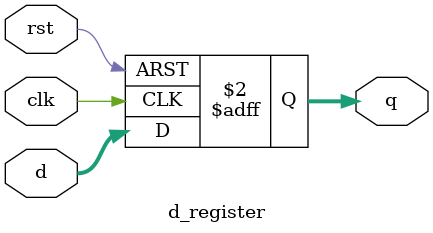
<source format=v>
module d_register

#(
    parameter WIDTH = 8
)

(
    input [WIDTH - 1 : 0] d ,
    input clk,
    input rst,
    output reg [WIDTH - 1 : 0] q
);

always @ (posedge clk or posedge rst) begin
    if (rst)
        q = 0;
    else
        q = d;
end

endmodule

</source>
